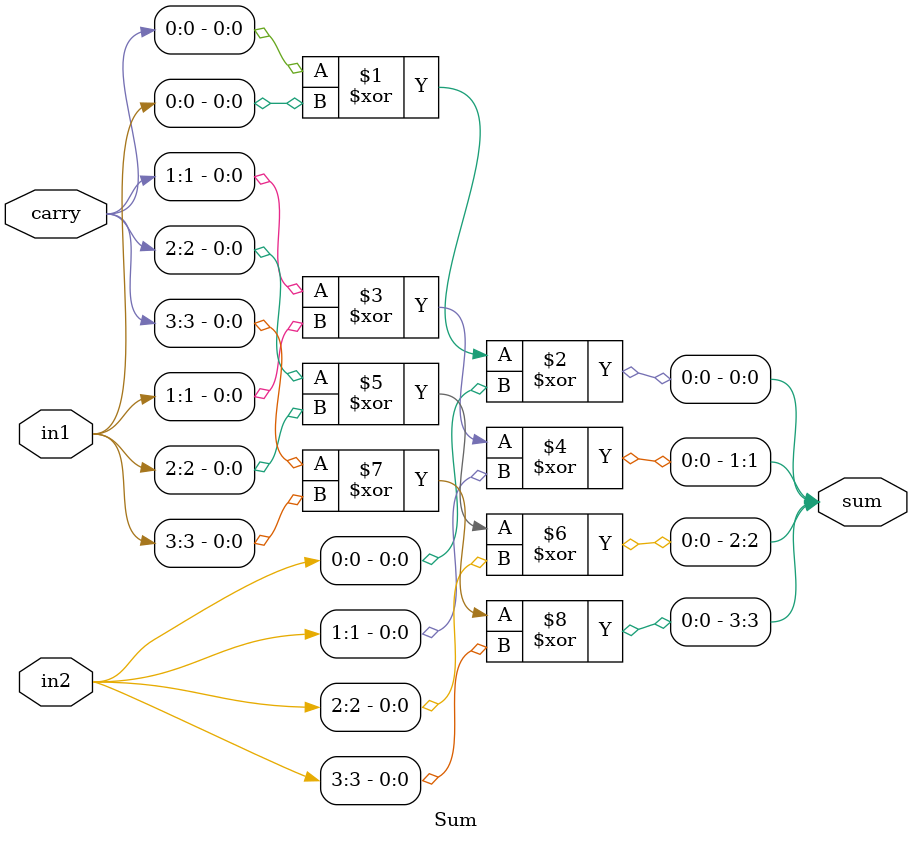
<source format=v>
module Sum #(
    parameter bit_width = 4
) (
    input  [bit_width-1:0] in1,
    input  [bit_width-1:0] in2,
    input  [bit_width-1:0] carry,
    output [bit_width-1:0] sum
);

    genvar i;
    generate
        for (i = 0; i < bit_width; i = i + 1) begin : Gen_sum
            assign sum[i] = carry[i] ^ in1[i] ^ in2[i];
        end
    endgenerate
    
endmodule

</source>
